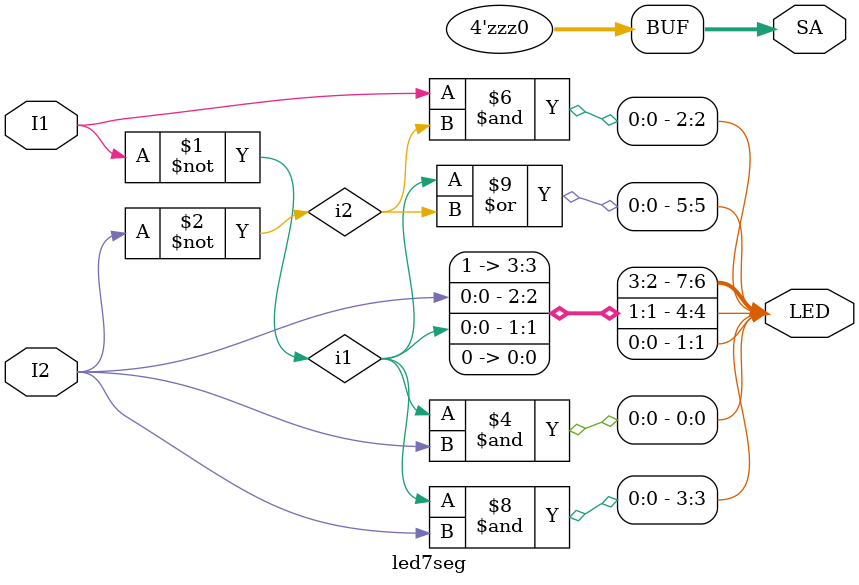
<source format=v>
module led7seg(I1, I2, LED, SA);
input I1,I2;
output [7:0]LED;
output [3:0]SA;

wire i1,i2;
assign SA= 4'bZZZ0;
assign i1=~I1;
assign i2=~I2;

assign LED[0]=i1 &(~i2);
assign LED[1]=0;
assign LED[2]=(~i1) &i2;
assign LED[3]=i1 &(~i2);
assign LED[4]=i1;
assign LED[5]=i1|i2;
assign LED[6]=~i2;
assign LED[7]= 1;

endmodule
</source>
